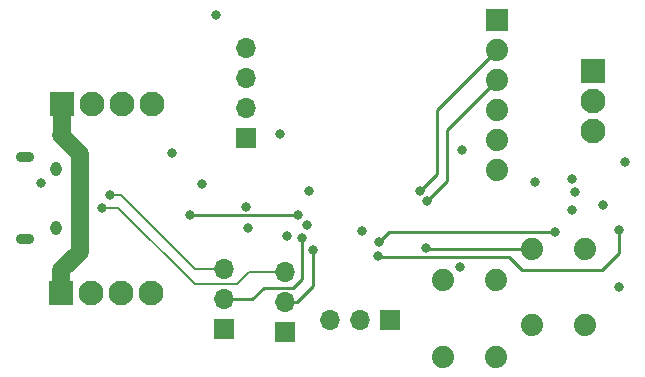
<source format=gbr>
%TF.GenerationSoftware,KiCad,Pcbnew,6.0.11-2627ca5db0~126~ubuntu22.04.1*%
%TF.CreationDate,2023-02-28T17:01:23-05:00*%
%TF.ProjectId,canbus-ds1820,63616e62-7573-42d6-9473-313832302e6b,1.0*%
%TF.SameCoordinates,Original*%
%TF.FileFunction,Copper,L2,Inr*%
%TF.FilePolarity,Positive*%
%FSLAX46Y46*%
G04 Gerber Fmt 4.6, Leading zero omitted, Abs format (unit mm)*
G04 Created by KiCad (PCBNEW 6.0.11-2627ca5db0~126~ubuntu22.04.1) date 2023-02-28 17:01:23*
%MOMM*%
%LPD*%
G01*
G04 APERTURE LIST*
%TA.AperFunction,ComponentPad*%
%ADD10R,2.100000X2.100000*%
%TD*%
%TA.AperFunction,ComponentPad*%
%ADD11C,2.100000*%
%TD*%
%TA.AperFunction,ComponentPad*%
%ADD12R,1.700000X1.700000*%
%TD*%
%TA.AperFunction,ComponentPad*%
%ADD13O,1.700000X1.700000*%
%TD*%
%TA.AperFunction,ComponentPad*%
%ADD14C,1.879600*%
%TD*%
%TA.AperFunction,ComponentPad*%
%ADD15R,1.879600X1.879600*%
%TD*%
%TA.AperFunction,ComponentPad*%
%ADD16O,0.950000X1.250000*%
%TD*%
%TA.AperFunction,ComponentPad*%
%ADD17O,1.550000X0.890000*%
%TD*%
%TA.AperFunction,ViaPad*%
%ADD18C,0.800000*%
%TD*%
%TA.AperFunction,Conductor*%
%ADD19C,0.250000*%
%TD*%
%TA.AperFunction,Conductor*%
%ADD20C,1.500000*%
%TD*%
%TA.AperFunction,Conductor*%
%ADD21C,0.200000*%
%TD*%
G04 APERTURE END LIST*
D10*
%TO.N,+3V3*%
%TO.C,J4*%
X104675000Y-75285000D03*
D11*
%TO.N,DQ*%
X104675000Y-77825000D03*
%TO.N,GND*%
X104675000Y-80365000D03*
%TD*%
D12*
%TO.N,CAN_RX*%
%TO.C,JP1*%
X73400000Y-97140000D03*
D13*
%TO.N,Net-(JP1-Pad2)*%
X73400000Y-94600000D03*
%TO.N,USB_D-*%
X73400000Y-92060000D03*
%TD*%
D10*
%TO.N,+BATT*%
%TO.C,J6*%
X59625000Y-94100000D03*
D11*
%TO.N,CANH*%
X62165000Y-94100000D03*
%TO.N,CANL*%
X64705000Y-94100000D03*
%TO.N,GND*%
X67245000Y-94100000D03*
%TD*%
D12*
%TO.N,SWDIO*%
%TO.C,J2*%
X87490000Y-96350000D03*
D13*
%TO.N,GND*%
X84950000Y-96350000D03*
%TO.N,SWDCLK*%
X82410000Y-96350000D03*
%TD*%
D14*
%TO.N,+3V3*%
%TO.C,S1*%
X96435600Y-92998800D03*
%TO.N,unconnected-(S1-Pad2)*%
X96435600Y-99501200D03*
%TO.N,Net-(R1-Pad1)*%
X91914400Y-92998800D03*
%TO.N,unconnected-(S1-Pad4)*%
X91914400Y-99501200D03*
%TD*%
D15*
%TO.N,unconnected-(J3-Pad1)*%
%TO.C,J3*%
X96500000Y-70990000D03*
D14*
%TO.N,RXD2*%
X96500000Y-73530000D03*
%TO.N,TXD2*%
X96500000Y-76070000D03*
%TO.N,Net-(J3-Pad4)*%
X96500000Y-78610000D03*
%TO.N,unconnected-(J3-Pad5)*%
X96500000Y-81150000D03*
%TO.N,GND*%
X96500000Y-83690000D03*
%TD*%
D10*
%TO.N,+BATT*%
%TO.C,J5*%
X59660000Y-78075000D03*
D11*
%TO.N,CANH*%
X62200000Y-78075000D03*
%TO.N,CANL*%
X64740000Y-78075000D03*
%TO.N,GND*%
X67280000Y-78075000D03*
%TD*%
D12*
%TO.N,+5V*%
%TO.C,U3*%
X75247300Y-81002600D03*
D13*
%TO.N,GND*%
X75247300Y-78462600D03*
%TO.N,+12V*%
X75247300Y-75922600D03*
%TO.N,unconnected-(U3-Pad4)*%
X75247300Y-73382600D03*
%TD*%
D14*
%TO.N,GND*%
%TO.C,S2*%
X103960600Y-90323800D03*
%TO.N,unconnected-(S2-Pad2)*%
X103960600Y-96826200D03*
%TO.N,~{RESET}*%
X99439400Y-90323800D03*
%TO.N,unconnected-(S2-Pad4)*%
X99439400Y-96826200D03*
%TD*%
D16*
%TO.N,GND*%
%TO.C,J1*%
X59210000Y-83550000D03*
D17*
X56510000Y-82550000D03*
X56510000Y-89550000D03*
D16*
X59210000Y-88550000D03*
%TD*%
D12*
%TO.N,CAN_TX*%
%TO.C,JP2*%
X78525000Y-97425000D03*
D13*
%TO.N,Net-(JP2-Pad2)*%
X78525000Y-94885000D03*
%TO.N,USB_D+*%
X78525000Y-92345000D03*
%TD*%
D18*
%TO.N,SDA*%
X86450000Y-90975000D03*
%TO.N,SCL*%
X86550000Y-89750000D03*
%TO.N,DQ*%
X102875000Y-84400000D03*
%TO.N,PCTLZ*%
X105450000Y-86675000D03*
%TO.N,+3V3*%
X99700000Y-84675000D03*
%TO.N,GND*%
X102825000Y-87025000D03*
X107375000Y-83000000D03*
%TO.N,+3V3*%
X103100000Y-85525000D03*
X106800000Y-93575000D03*
%TO.N,SDA*%
X106800000Y-88725000D03*
%TO.N,SCL*%
X101400000Y-88900000D03*
%TO.N,GND*%
X80450000Y-88350000D03*
X72725000Y-70575000D03*
X93350000Y-91850000D03*
X80600000Y-85425000D03*
X75300000Y-86775000D03*
%TO.N,+3V3*%
X78150000Y-80600000D03*
X85100000Y-88800000D03*
X93575000Y-81950000D03*
X78750000Y-89250000D03*
X68975000Y-82275000D03*
%TO.N,VBUS*%
X57884502Y-84775000D03*
%TO.N,USB_D-*%
X63750000Y-85825000D03*
%TO.N,USB_D+*%
X63050000Y-86875000D03*
%TO.N,CAN_RX*%
X71525000Y-84850000D03*
%TO.N,Net-(JP1-Pad2)*%
X80025000Y-89475000D03*
%TO.N,CAN_TX*%
X75400000Y-88550000D03*
%TO.N,Net-(JP2-Pad2)*%
X80950000Y-90450000D03*
%TO.N,CAN_STBY*%
X70550000Y-87450000D03*
X79650000Y-87500000D03*
%TO.N,TXD2*%
X90600000Y-86275000D03*
%TO.N,RXD2*%
X89990592Y-85482770D03*
%TO.N,~{RESET}*%
X90475000Y-90300000D03*
%TD*%
D19*
%TO.N,SDA*%
X105400000Y-92100000D02*
X106800000Y-90700000D01*
X86450000Y-90975000D02*
X86500000Y-91025000D01*
X86500000Y-91025000D02*
X97550000Y-91025000D01*
X98625000Y-92100000D02*
X105400000Y-92100000D01*
X97550000Y-91025000D02*
X98625000Y-92100000D01*
X106800000Y-90700000D02*
X106800000Y-88725000D01*
%TO.N,SCL*%
X86550000Y-89750000D02*
X87400000Y-88900000D01*
X87400000Y-88900000D02*
X101400000Y-88900000D01*
D20*
%TO.N,+BATT*%
X59660000Y-80615000D02*
X59660000Y-78075000D01*
X61175000Y-90600000D02*
X61175000Y-82300000D01*
X61175000Y-82300000D02*
X59575000Y-80700000D01*
X59625000Y-92150000D02*
X61175000Y-90600000D01*
X59625000Y-94100000D02*
X59625000Y-92150000D01*
D19*
X59575000Y-80700000D02*
X59660000Y-80615000D01*
D21*
%TO.N,USB_D-*%
X63750000Y-85825000D02*
X64675000Y-85825000D01*
X70925000Y-92075000D02*
X70940000Y-92060000D01*
X64675000Y-85825000D02*
X70925000Y-92075000D01*
X70940000Y-92060000D02*
X73400000Y-92060000D01*
%TO.N,USB_D+*%
X75505000Y-92345000D02*
X78525000Y-92345000D01*
X63050000Y-86875000D02*
X64450000Y-86875000D01*
X64450000Y-86875000D02*
X70925000Y-93350000D01*
X70925000Y-93350000D02*
X74500000Y-93350000D01*
X74500000Y-93350000D02*
X75505000Y-92345000D01*
D19*
%TO.N,Net-(JP1-Pad2)*%
X80025000Y-89475000D02*
X80025000Y-92875000D01*
X79275000Y-93625000D02*
X76750000Y-93625000D01*
X80025000Y-92875000D02*
X79275000Y-93625000D01*
X75775000Y-94600000D02*
X73400000Y-94600000D01*
X76750000Y-93625000D02*
X75775000Y-94600000D01*
%TO.N,Net-(JP2-Pad2)*%
X79540000Y-94885000D02*
X80950000Y-93475000D01*
X80950000Y-93475000D02*
X80950000Y-90450000D01*
X78525000Y-94885000D02*
X79540000Y-94885000D01*
%TO.N,CAN_STBY*%
X70600000Y-87500000D02*
X70550000Y-87450000D01*
X79650000Y-87500000D02*
X70600000Y-87500000D01*
%TO.N,TXD2*%
X92275000Y-80295000D02*
X96500000Y-76070000D01*
X92275000Y-84600000D02*
X92275000Y-80295000D01*
X90600000Y-86275000D02*
X92275000Y-84600000D01*
%TO.N,RXD2*%
X89990592Y-85482770D02*
X91475000Y-83998362D01*
X91475000Y-78555000D02*
X96500000Y-73530000D01*
X91475000Y-83998362D02*
X91475000Y-78555000D01*
%TO.N,~{RESET}*%
X90498800Y-90323800D02*
X99439400Y-90323800D01*
X90475000Y-90300000D02*
X90498800Y-90323800D01*
%TD*%
M02*

</source>
